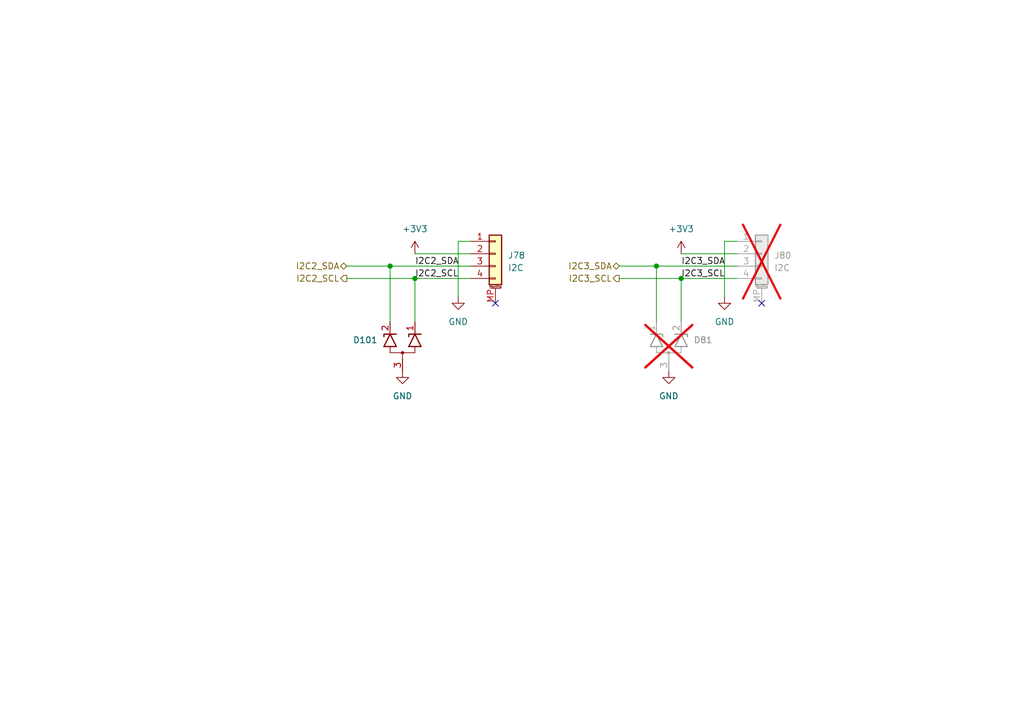
<source format=kicad_sch>
(kicad_sch (version 20250114) (generator "eeschema") (generator_version "9.0")
  (paper "A5")
  (title_block (title "LattePanda_MOKA") (date "2025-12-04") (rev "1.0") (company "DFRobot"))
  (lib_symbols
    (symbol "Connector_Generic_MountingPin:Conn_01x04_MountingPin" (pin_names (offset 1.016) (hide yes))
      (property "Reference" "J" (at 0 5.08 0))
      (property "Value" "Conn_01x04_MountingPin" (at 1.27 -7.62 0))
      (symbol "Conn_01x04_MountingPin_1_1"
        (rectangle (start -1.27 3.81) (end 1.27 -6.35) (stroke (width 0.254)) (fill (type background)))
        (rectangle (start -1.27 2.667) (end 0 2.413) (stroke (width 0.1524)))
        (rectangle (start -1.27 0.127) (end 0 -0.127) (stroke (width 0.1524)))
        (rectangle (start -1.27 -2.413) (end 0 -2.667) (stroke (width 0.1524)))
        (rectangle (start -1.27 -4.953) (end 0 -5.207) (stroke (width 0.1524)))
        (polyline (pts (xy -1.016 -7.112) (xy 1.016 -7.112)) (stroke (width 0.1524)))
        (text "Mounting" (at 0 -6.731 0) (effects (font (size 0.381 0.381))))
        (pin passive line (at -5.08 2.54 0) (length 3.81) (name "Pin_1") (number "1"))
        (pin passive line (at -5.08 0 0) (length 3.81) (name "Pin_2") (number "2"))
        (pin passive line (at -5.08 -2.54 0) (length 3.81) (name "Pin_3") (number "3"))
        (pin passive line (at -5.08 -5.08 0) (length 3.81) (name "Pin_4") (number "4"))
        (pin passive line (at 0 -10.16 90) (length 3.048) (name "MountPin") (number "MP"))
      )
    )
    (symbol "Power_Protection:RCLAMP0502BA" (pin_names (hide yes))
      (property "Reference" "D" (at 0 5.08 0))
      (property "Value" "RCLAMP0502BA" (at 0 -5.08 0))
      (symbol "RCLAMP0502BA_0_1"
        (polyline (pts (xy -2.54 0) (xy -1.27 0)))
        (polyline (pts (xy -1.27 2.54) (xy -1.27 -2.54)))
        (polyline (pts (xy 0 2.54) (xy -1.27 2.54)) (stroke (width 0.1524)))
        (polyline (pts (xy 0 1.27) (xy 0 3.81) (xy 2.54 2.54) (xy 0 1.27)) (stroke (width 0.254)))
        (polyline (pts (xy 2.54 3.81) (xy 2.54 1.27) (xy 2.032 1.27)) (stroke (width 0.254)))
        (pin passive line (at -5.08 0 0) (length 2.54) (name "A") (number "3"))
      )
      (symbol "RCLAMP0502BA_1_1"
        (circle (center -1.27 0) (radius 0.254) (fill (type outline)))
        (polyline (pts (xy 0 -2.54) (xy -1.27 -2.54)) (stroke (width 0.1524)))
        (polyline (pts (xy 0 -3.81) (xy 0 -1.27) (xy 2.54 -2.54) (xy 0 -3.81)) (stroke (width 0.254)))
        (polyline (pts (xy 2.54 -1.27) (xy 2.54 -3.81) (xy 2.032 -3.81)) (stroke (width 0.254)))
        (pin passive line (at 5.08 2.54 180) (length 2.54) (name "K1") (number "1"))
        (pin passive line (at 5.08 -2.54 180) (length 2.54) (name "K2") (number "2"))
      )
    )
    (symbol "power:+3V3" (power) (pin_numbers (hide yes)) (pin_names (offset 0) (hide yes))
      (property "Value" "+3V3" (at 0 3.556 0))
      (symbol "+3V3_0_1"
        (polyline (pts (xy -0.762 1.27) (xy 0 2.54)))
        (polyline (pts (xy 0 2.54) (xy 0.762 1.27)))
        (polyline (pts (xy 0 0) (xy 0 2.54)))
      )
      (symbol "+3V3_1_1"
        (pin power_in line (at 0 0 90) (length 0) (name "~") (number "1"))
      )
    )
    (symbol "power:GND" (power) (pin_numbers (hide yes)) (pin_names (offset 0) (hide yes))
      (property "Value" "GND" (at 0 -3.81 0))
      (symbol "GND_0_1"
        (polyline (pts (xy 0 0) (xy 0 -1.27) (xy 1.27 -1.27) (xy 0 -2.54) (xy -1.27 -1.27) (xy 0 -1.27)))
      )
      (symbol "GND_1_1"
        (pin power_in line (at 0 0 270) (length 0) (name "~") (number "1"))
      )
    )
  )
  (junction (at 134.62 54.61))
  (junction (at 80.01 54.61))
  (junction (at 139.7 57.15))
  (junction (at 85.09 57.15))
  (no_connect (at 101.6 62.23))
  (no_connect (at 156.21 62.23))
  (wire (pts (xy 139.7 57.15) (xy 151.13 57.15)))
  (wire (pts (xy 71.12 57.15) (xy 85.09 57.15)))
  (wire (pts (xy 71.12 54.61) (xy 80.01 54.61)))
  (wire (pts (xy 134.62 54.61) (xy 134.62 66.04)))
  (wire (pts (xy 139.7 57.15) (xy 139.7 66.04)))
  (wire (pts (xy 85.09 57.15) (xy 85.09 66.04)))
  (wire (pts (xy 80.01 54.61) (xy 80.01 66.04)))
  (wire (pts (xy 148.59 49.53) (xy 151.13 49.53)))
  (wire (pts (xy 134.62 54.61) (xy 151.13 54.61)))
  (wire (pts (xy 93.98 60.96) (xy 93.98 49.53)))
  (wire (pts (xy 93.98 49.53) (xy 96.52 49.53)))
  (wire (pts (xy 148.59 60.96) (xy 148.59 49.53)))
  (wire (pts (xy 139.7 52.07) (xy 151.13 52.07)))
  (wire (pts (xy 85.09 52.07) (xy 96.52 52.07)))
  (wire (pts (xy 127 54.61) (xy 134.62 54.61)))
  (wire (pts (xy 85.09 57.15) (xy 96.52 57.15)))
  (wire (pts (xy 80.01 54.61) (xy 96.52 54.61)))
  (wire (pts (xy 127 57.15) (xy 139.7 57.15)))
  (label "I2C2_SCL" (at 85.09 57.15 0))
  (label "I2C3_SDA" (at 139.7 54.61 0))
  (label "I2C3_SCL" (at 139.7 57.15 0))
  (label "I2C2_SDA" (at 85.09 54.61 0))
  (hierarchical_label "I2C3_SDA" (shape bidirectional) (at 127 54.61 180))
  (hierarchical_label "I2C3_SCL" (shape output) (at 127 57.15 180))
  (hierarchical_label "I2C2_SDA" (shape bidirectional) (at 71.12 54.61 180))
  (hierarchical_label "I2C2_SCL" (shape output) (at 71.12 57.15 180))
  (symbol (lib_id "power:GND") (at 148.59 60.96 0) (unit 1)
    (property "Reference" "#PWR0123" (effects (hide yes)))
    (property "Value" "GND" (at 148.59 66.04 0))
  )
  (symbol (lib_id "power:GND") (at 137.16 76.2 0) (unit 1)
    (property "Reference" "#PWR098" (effects (hide yes)))
    (property "Value" "GND" (at 137.16 81.28 0))
  )
  (symbol (lib_id "Power_Protection:RCLAMP0502BA") (at 137.16 71.12 90) (unit 1) (in_bom no) (on_board no) (dnp yes)
    (property "Reference" "D81" (at 142.24 69.7865 90) (effects (justify right)))
    (property "Value" "RCLAMP0502BA" (effects (hide yes)))
    (property "Footprint" "Package_TO_SOT_SMD:SOT-416" (effects (hide yes)))
    (property "Datasheet" "https://www.semtech.com/products/circuit-protection/low-capacitance/rclamp0502ba" (effects (hide yes)))
  )
  (symbol (lib_id "Connector_Generic_MountingPin:Conn_01x04_MountingPin") (at 101.6 52.07 0) (unit 1)
    (property "Reference" "J78" (at 104.14 52.4255 0) (effects (justify left)))
    (property "Value" "I2C" (at 104.14 54.9655 0) (effects (justify left)))
    (property "Footprint" "Connector_JST:JST_SH_BM04B-SRSS-TB_1x04-1MP_P1.00mm_Vertical" (effects (hide yes)))
    (property "Description" "Generic connectable mounting pin connector, single row, 01x04, script generated (kicad-library-utils/schlib/autogen/connector/)" (effects (hide yes)))
  )
  (symbol (lib_id "power:+3V3") (at 139.7 52.07 0) (unit 1)
    (property "Reference" "#PWR0122" (effects (hide yes)))
    (property "Value" "+3V3" (at 139.7 46.99 0))
  )
  (symbol (lib_id "power:GND") (at 93.98 60.96 0) (unit 1)
    (property "Reference" "#PWR080" (effects (hide yes)))
    (property "Value" "GND" (at 93.98 66.04 0))
  )
  (symbol (lib_id "power:GND") (at 82.55 76.2 0) (unit 1)
    (property "Reference" "#PWR097" (effects (hide yes)))
    (property "Value" "GND" (at 82.55 81.28 0))
  )
  (symbol (lib_id "power:+3V3") (at 85.09 52.07 0) (unit 1)
    (property "Reference" "#PWR083" (effects (hide yes)))
    (property "Value" "+3V3" (at 85.09 46.99 0))
  )
  (symbol (lib_id "Power_Protection:RCLAMP0502BA") (at 82.55 71.12 270) (mirror x) (unit 1)
    (property "Reference" "D101" (at 77.47 69.7865 90) (effects (justify right)))
    (property "Value" "RCLAMP0502BA" (effects (hide yes)))
    (property "Footprint" "Package_TO_SOT_SMD:SOT-416" (effects (hide yes)))
    (property "Datasheet" "https://www.semtech.com/products/circuit-protection/low-capacitance/rclamp0502ba" (effects (hide yes)))
  )
  (symbol (lib_id "Connector_Generic_MountingPin:Conn_01x04_MountingPin") (at 156.21 52.07 0) (unit 1) (in_bom no) (on_board no) (dnp yes)
    (property "Reference" "J80" (at 158.75 52.4255 0) (effects (justify left)))
    (property "Value" "I2C" (at 158.75 54.9655 0) (effects (justify left)))
    (property "Footprint" "Connector_JST:JST_SH_BM04B-SRSS-TB_1x04-1MP_P1.00mm_Vertical" (effects (hide yes)))
    (property "Description" "Generic connectable mounting pin connector, single row, 01x04, script generated (kicad-library-utils/schlib/autogen/connector/)" (effects (hide yes)))
  )
)
</source>
